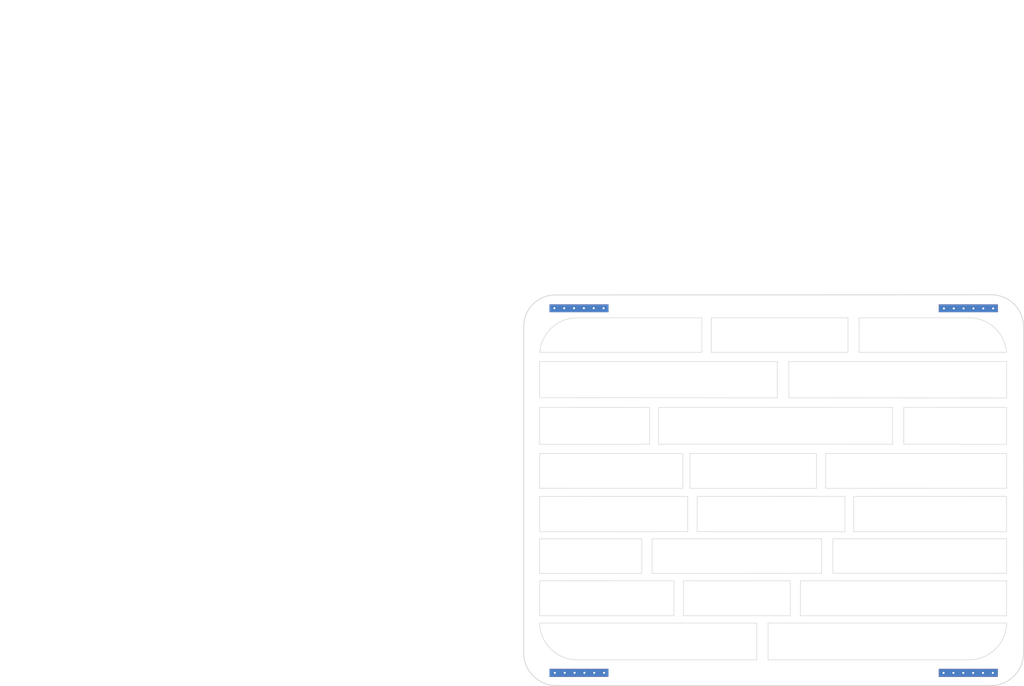
<source format=kicad_pcb>
(kicad_pcb (version 20171130) (host pcbnew 5.1.2)

  (general
    (thickness 1.6)
    (drawings 352)
    (tracks 24)
    (zones 0)
    (modules 5)
    (nets 1)
  )

  (page A4)
  (layers
    (0 F.Cu signal)
    (31 B.Cu signal)
    (32 B.Adhes user)
    (33 F.Adhes user)
    (34 B.Paste user)
    (35 F.Paste user)
    (36 B.SilkS user)
    (37 F.SilkS user)
    (38 B.Mask user)
    (39 F.Mask user)
    (40 Dwgs.User user)
    (41 Cmts.User user)
    (42 Eco1.User user)
    (43 Eco2.User user)
    (44 Edge.Cuts user)
    (45 Margin user)
    (46 B.CrtYd user)
    (47 F.CrtYd user)
    (48 B.Fab user)
    (49 F.Fab user)
  )

  (setup
    (last_trace_width 0.25)
    (trace_clearance 0.2)
    (zone_clearance 0.508)
    (zone_45_only no)
    (trace_min 0.2)
    (via_size 0.6)
    (via_drill 0.4)
    (via_min_size 0.4)
    (via_min_drill 0.3)
    (uvia_size 0.3)
    (uvia_drill 0.1)
    (uvias_allowed no)
    (uvia_min_size 0.2)
    (uvia_min_drill 0.1)
    (edge_width 0.15)
    (segment_width 0.2)
    (pcb_text_width 0.3)
    (pcb_text_size 1.5 1.5)
    (mod_edge_width 0.15)
    (mod_text_size 1 1)
    (mod_text_width 0.15)
    (pad_size 1.524 1.524)
    (pad_drill 0.762)
    (pad_to_mask_clearance 0.2)
    (aux_axis_origin 0 0)
    (visible_elements FFFFFF7F)
    (pcbplotparams
      (layerselection 0x010f0_ffffffff)
      (usegerberextensions false)
      (usegerberattributes false)
      (usegerberadvancedattributes false)
      (creategerberjobfile false)
      (excludeedgelayer true)
      (linewidth 0.100000)
      (plotframeref false)
      (viasonmask false)
      (mode 1)
      (useauxorigin false)
      (hpglpennumber 1)
      (hpglpenspeed 20)
      (hpglpendiameter 15.000000)
      (psnegative false)
      (psa4output false)
      (plotreference true)
      (plotvalue true)
      (plotinvisibletext false)
      (padsonsilk false)
      (subtractmaskfromsilk false)
      (outputformat 1)
      (mirror false)
      (drillshape 0)
      (scaleselection 1)
      (outputdirectory "gerbers/"))
  )

  (net 0 "")

  (net_class Default "This is the default net class."
    (clearance 0.2)
    (trace_width 0.25)
    (via_dia 0.6)
    (via_drill 0.4)
    (uvia_dia 0.3)
    (uvia_drill 0.1)
  )

  (module LOGO (layer F.Cu) (tedit 0) (tstamp 0)
    (at 147.96 84.61)
    (fp_text reference G*** (at 0 0) (layer F.SilkS) hide
      (effects (font (size 1.524 1.524) (thickness 0.3)))
    )
    (fp_text value LOGO (at 0.75 0) (layer F.SilkS) hide
      (effects (font (size 1.524 1.524) (thickness 0.3)))
    )
    (fp_poly (pts (xy -31.547962 45.899916) (xy -31.5595 46.6725) (xy -37.327417 46.683234) (xy -43.095334 46.693969)
      (xy -43.095334 45.127333) (xy -31.536424 45.127333) (xy -31.547962 45.899916)) (layer B.Cu) (width 0.01))
    (fp_poly (pts (xy 44.736704 45.899916) (xy 44.725166 46.6725) (xy 38.95725 46.683234) (xy 33.189333 46.693969)
      (xy 33.189333 45.127333) (xy 44.748243 45.127333) (xy 44.736704 45.899916)) (layer B.Cu) (width 0.01))
    (fp_poly (pts (xy -31.538334 -24.807334) (xy -43.095334 -24.807334) (xy -43.095334 -26.331334) (xy -31.538334 -26.331334)
      (xy -31.538334 -24.807334)) (layer B.Cu) (width 0.01))
    (fp_poly (pts (xy 44.746333 -24.807334) (xy 33.189333 -24.807334) (xy 33.189333 -26.331334) (xy 44.746333 -26.331334)
      (xy 44.746333 -24.807334)) (layer B.Cu) (width 0.01))
  )

  (module LOGO (layer F.Cu) (tedit 0) (tstamp 0)
    (at 147.96 84.61)
    (fp_text reference G*** (at 0 0) (layer F.SilkS) hide
      (effects (font (size 1.524 1.524) (thickness 0.3)))
    )
    (fp_text value LOGO (at 0.75 0) (layer F.SilkS) hide
      (effects (font (size 1.524 1.524) (thickness 0.3)))
    )
    (fp_poly (pts (xy -31.547962 45.899916) (xy -31.5595 46.6725) (xy -37.327417 46.683234) (xy -43.095334 46.693969)
      (xy -43.095334 45.127333) (xy -31.536424 45.127333) (xy -31.547962 45.899916)) (layer B.Mask) (width 0.01))
    (fp_poly (pts (xy 44.736704 45.899916) (xy 44.725166 46.6725) (xy 38.95725 46.683234) (xy 33.189333 46.693969)
      (xy 33.189333 45.127333) (xy 44.748243 45.127333) (xy 44.736704 45.899916)) (layer B.Mask) (width 0.01))
    (fp_poly (pts (xy -31.538334 -24.807334) (xy -43.095334 -24.807334) (xy -43.095334 -26.331334) (xy -31.538334 -26.331334)
      (xy -31.538334 -24.807334)) (layer B.Mask) (width 0.01))
    (fp_poly (pts (xy 44.746333 -24.807334) (xy 33.189333 -24.807334) (xy 33.189333 -26.331334) (xy 44.746333 -26.331334)
      (xy 44.746333 -24.807334)) (layer B.Mask) (width 0.01))
  )

  (module LOGO (layer F.Cu) (tedit 0) (tstamp 0)
    (at 0 0)
    (fp_text reference G*** (at 0 0) (layer F.SilkS) hide
      (effects (font (size 1.524 1.524) (thickness 0.3)))
    )
    (fp_text value LOGO (at 0.75 0) (layer F.SilkS) hide
      (effects (font (size 1.524 1.524) (thickness 0.3)))
    )
  )

  (module LOGO (layer F.Cu) (tedit 0) (tstamp 0)
    (at 147.96 84.61)
    (fp_text reference G*** (at 0 0) (layer F.SilkS) hide
      (effects (font (size 1.524 1.524) (thickness 0.3)))
    )
    (fp_text value LOGO (at 0.75 0) (layer F.SilkS) hide
      (effects (font (size 1.524 1.524) (thickness 0.3)))
    )
    (fp_poly (pts (xy -31.547962 45.899916) (xy -31.5595 46.6725) (xy -37.327417 46.683234) (xy -43.095334 46.693969)
      (xy -43.095334 45.127333) (xy -31.536424 45.127333) (xy -31.547962 45.899916)) (layer F.Cu) (width 0.01))
    (fp_poly (pts (xy 44.736704 45.899916) (xy 44.725166 46.6725) (xy 38.95725 46.683234) (xy 33.189333 46.693969)
      (xy 33.189333 45.127333) (xy 44.748243 45.127333) (xy 44.736704 45.899916)) (layer F.Cu) (width 0.01))
    (fp_poly (pts (xy -31.538334 -24.807334) (xy -43.095334 -24.807334) (xy -43.095334 -26.331334) (xy -31.538334 -26.331334)
      (xy -31.538334 -24.807334)) (layer F.Cu) (width 0.01))
    (fp_poly (pts (xy 44.746333 -24.807334) (xy 33.189333 -24.807334) (xy 33.189333 -26.331334) (xy 44.746333 -26.331334)
      (xy 44.746333 -24.807334)) (layer F.Cu) (width 0.01))
  )

  (module LOGO (layer F.Cu) (tedit 0) (tstamp 0)
    (at 147.96 84.61)
    (fp_text reference G*** (at 0 0) (layer F.SilkS) hide
      (effects (font (size 1.524 1.524) (thickness 0.3)))
    )
    (fp_text value LOGO (at 0.75 0) (layer F.SilkS) hide
      (effects (font (size 1.524 1.524) (thickness 0.3)))
    )
    (fp_poly (pts (xy -31.547962 45.899916) (xy -31.5595 46.6725) (xy -37.327417 46.683234) (xy -43.095334 46.693969)
      (xy -43.095334 45.127333) (xy -31.536424 45.127333) (xy -31.547962 45.899916)) (layer F.Mask) (width 0.01))
    (fp_poly (pts (xy 44.736704 45.899916) (xy 44.725166 46.6725) (xy 38.95725 46.683234) (xy 33.189333 46.693969)
      (xy 33.189333 45.127333) (xy 44.748243 45.127333) (xy 44.736704 45.899916)) (layer F.Mask) (width 0.01))
    (fp_poly (pts (xy -31.538334 -24.807334) (xy -43.095334 -24.807334) (xy -43.095334 -26.331334) (xy -31.538334 -26.331334)
      (xy -31.538334 -24.807334)) (layer F.Mask) (width 0.01))
    (fp_poly (pts (xy 44.746333 -24.807334) (xy 33.189333 -24.807334) (xy 33.189333 -26.331334) (xy 44.746333 -26.331334)
      (xy 44.746333 -24.807334)) (layer F.Mask) (width 0.01))
  )

  (gr_arc (start 106.19 126.630052) (end 99.820001 126.650051) (angle -89.52877607) (layer Edge.Cuts) (width 0.15))
  (gr_arc (start 191.369788 126.63) (end 191.429787 132.999999) (angle -89.19197594) (layer Edge.Cuts) (width 0.15))
  (gr_arc (start 191.42 62.729989) (end 197.769999 62.68999) (angle -90.01417624) (layer Edge.Cuts) (width 0.15))
  (gr_arc (start 105.976947 62.58) (end 105.926948 56.420001) (angle -87.67232612) (layer Edge.Cuts) (width 0.15))
  (gr_line (start 99.820001 126.650051) (end 99.82 62.379773) (layer Edge.Cuts) (width 0.15))
  (gr_line (start 191.429787 132.999999) (end 106.157609 133) (layer Edge.Cuts) (width 0.15))
  (gr_line (start 197.769999 62.68999) (end 197.74 126.659838) (layer Edge.Cuts) (width 0.15))
  (gr_line (start 105.926948 56.420001) (end 191.37843 56.38) (layer Edge.Cuts) (width 0.15))
  (gr_line (start 110.307778 60.890777) (end 110.126279 60.892947) (layer Edge.Cuts) (width 0.1))
  (gr_line (start 110.126279 60.892947) (end 109.945887 60.899424) (layer Edge.Cuts) (width 0.1))
  (gr_line (start 109.945887 60.899424) (end 109.766652 60.910158) (layer Edge.Cuts) (width 0.1))
  (gr_line (start 109.766652 60.910158) (end 109.588621 60.925102) (layer Edge.Cuts) (width 0.1))
  (gr_line (start 109.588621 60.925102) (end 109.411845 60.944205) (layer Edge.Cuts) (width 0.1))
  (gr_line (start 109.411845 60.944205) (end 109.236372 60.967419) (layer Edge.Cuts) (width 0.1))
  (gr_line (start 109.236372 60.967419) (end 109.06225 60.994694) (layer Edge.Cuts) (width 0.1))
  (gr_line (start 109.06225 60.994694) (end 108.889529 61.025982) (layer Edge.Cuts) (width 0.1))
  (gr_line (start 108.889529 61.025982) (end 108.718258 61.061234) (layer Edge.Cuts) (width 0.1))
  (gr_line (start 108.718258 61.061234) (end 108.548486 61.1004) (layer Edge.Cuts) (width 0.1))
  (gr_line (start 108.548486 61.1004) (end 108.380262 61.143431) (layer Edge.Cuts) (width 0.1))
  (gr_line (start 108.380262 61.143431) (end 108.213634 61.190278) (layer Edge.Cuts) (width 0.1))
  (gr_line (start 108.213634 61.190278) (end 108.048652 61.240893) (layer Edge.Cuts) (width 0.1))
  (gr_line (start 108.048652 61.240893) (end 107.885364 61.295226) (layer Edge.Cuts) (width 0.1))
  (gr_line (start 107.885364 61.295226) (end 107.723819 61.353228) (layer Edge.Cuts) (width 0.1))
  (gr_line (start 107.723819 61.353228) (end 107.564067 61.41485) (layer Edge.Cuts) (width 0.1))
  (gr_line (start 107.564067 61.41485) (end 107.406156 61.480043) (layer Edge.Cuts) (width 0.1))
  (gr_line (start 107.406156 61.480043) (end 107.250136 61.548758) (layer Edge.Cuts) (width 0.1))
  (gr_line (start 107.250136 61.548758) (end 106.943961 61.696557) (layer Edge.Cuts) (width 0.1))
  (gr_line (start 106.943961 61.696557) (end 106.645935 61.857855) (layer Edge.Cuts) (width 0.1))
  (gr_line (start 106.645935 61.857855) (end 106.356448 62.032259) (layer Edge.Cuts) (width 0.1))
  (gr_line (start 106.356448 62.032259) (end 106.075893 62.219376) (layer Edge.Cuts) (width 0.1))
  (gr_line (start 106.075893 62.219376) (end 105.804661 62.418815) (layer Edge.Cuts) (width 0.1))
  (gr_line (start 105.804661 62.418815) (end 105.543143 62.630183) (layer Edge.Cuts) (width 0.1))
  (gr_line (start 105.543143 62.630183) (end 105.29173 62.853086) (layer Edge.Cuts) (width 0.1))
  (gr_line (start 105.29173 62.853086) (end 105.050815 63.087133) (layer Edge.Cuts) (width 0.1))
  (gr_line (start 105.050815 63.087133) (end 104.820789 63.331931) (layer Edge.Cuts) (width 0.1))
  (gr_line (start 104.820789 63.331931) (end 104.602044 63.587088) (layer Edge.Cuts) (width 0.1))
  (gr_line (start 104.602044 63.587088) (end 104.39497 63.85221) (layer Edge.Cuts) (width 0.1))
  (gr_line (start 104.39497 63.85221) (end 104.19996 64.126906) (layer Edge.Cuts) (width 0.1))
  (gr_line (start 104.19996 64.126906) (end 104.017404 64.410783) (layer Edge.Cuts) (width 0.1))
  (gr_line (start 104.017404 64.410783) (end 103.847695 64.703448) (layer Edge.Cuts) (width 0.1))
  (gr_line (start 103.847695 64.703448) (end 103.691224 65.004509) (layer Edge.Cuts) (width 0.1))
  (gr_line (start 103.691224 65.004509) (end 103.548383 65.313573) (layer Edge.Cuts) (width 0.1))
  (gr_line (start 103.548383 65.313573) (end 103.482196 65.470984) (layer Edge.Cuts) (width 0.1))
  (gr_line (start 103.482196 65.470984) (end 103.419563 65.630248) (layer Edge.Cuts) (width 0.1))
  (gr_line (start 103.419563 65.630248) (end 103.360533 65.791317) (layer Edge.Cuts) (width 0.1))
  (gr_line (start 103.360533 65.791317) (end 103.305155 65.954141) (layer Edge.Cuts) (width 0.1))
  (gr_line (start 103.305155 65.954141) (end 103.253478 66.118672) (layer Edge.Cuts) (width 0.1))
  (gr_line (start 103.253478 66.118672) (end 103.205551 66.28486) (layer Edge.Cuts) (width 0.1))
  (gr_line (start 103.205551 66.28486) (end 103.161423 66.452657) (layer Edge.Cuts) (width 0.1))
  (gr_line (start 103.161423 66.452657) (end 103.121143 66.622012) (layer Edge.Cuts) (width 0.1))
  (gr_line (start 103.121143 66.622012) (end 103.08476 66.792878) (layer Edge.Cuts) (width 0.1))
  (gr_line (start 103.08476 66.792878) (end 103.052322 66.965205) (layer Edge.Cuts) (width 0.1))
  (gr_line (start 103.052322 66.965205) (end 103.023879 67.138944) (layer Edge.Cuts) (width 0.1))
  (gr_line (start 103.023879 67.138944) (end 102.999479 67.314046) (layer Edge.Cuts) (width 0.1))
  (gr_line (start 102.999479 67.314046) (end 102.979172 67.490462) (layer Edge.Cuts) (width 0.1))
  (gr_line (start 102.979172 67.490462) (end 102.963007 67.668142) (layer Edge.Cuts) (width 0.1))
  (gr_line (start 102.963007 67.668142) (end 134.720759 67.668142) (layer Edge.Cuts) (width 0.1))
  (gr_line (start 134.720759 67.668142) (end 134.720759 60.890777) (layer Edge.Cuts) (width 0.1))
  (gr_line (start 134.720759 60.890777) (end 110.307778 60.890777) (layer Edge.Cuts) (width 0.1))
  (gr_line (start 110.307778 60.890777) (end 110.307778 60.890777) (layer Edge.Cuts) (width 0.1))
  (gr_line (start 136.558372 60.890777) (end 136.558372 67.668142) (layer Edge.Cuts) (width 0.1))
  (gr_line (start 136.558372 67.668142) (end 163.352085 67.668142) (layer Edge.Cuts) (width 0.1))
  (gr_line (start 163.352085 67.668142) (end 163.352085 60.890777) (layer Edge.Cuts) (width 0.1))
  (gr_line (start 163.352085 60.890777) (end 136.558372 60.890777) (layer Edge.Cuts) (width 0.1))
  (gr_line (start 136.558372 60.890777) (end 136.558372 60.890777) (layer Edge.Cuts) (width 0.1))
  (gr_line (start 165.523529 60.890777) (end 165.523529 67.668142) (layer Edge.Cuts) (width 0.1))
  (gr_line (start 165.523529 67.668142) (end 194.403418 67.668142) (layer Edge.Cuts) (width 0.1))
  (gr_line (start 194.403418 67.668142) (end 194.387252 67.490462) (layer Edge.Cuts) (width 0.1))
  (gr_line (start 194.387252 67.490462) (end 194.366945 67.314047) (layer Edge.Cuts) (width 0.1))
  (gr_line (start 194.366945 67.314047) (end 194.342545 67.138945) (layer Edge.Cuts) (width 0.1))
  (gr_line (start 194.342545 67.138945) (end 194.314102 66.965207) (layer Edge.Cuts) (width 0.1))
  (gr_line (start 194.314102 66.965207) (end 194.281664 66.79288) (layer Edge.Cuts) (width 0.1))
  (gr_line (start 194.281664 66.79288) (end 194.24528 66.622015) (layer Edge.Cuts) (width 0.1))
  (gr_line (start 194.24528 66.622015) (end 194.204999 66.452659) (layer Edge.Cuts) (width 0.1))
  (gr_line (start 194.204999 66.452659) (end 194.160871 66.284863) (layer Edge.Cuts) (width 0.1))
  (gr_line (start 194.160871 66.284863) (end 194.112944 66.118675) (layer Edge.Cuts) (width 0.1))
  (gr_line (start 194.112944 66.118675) (end 194.061266 65.954145) (layer Edge.Cuts) (width 0.1))
  (gr_line (start 194.061266 65.954145) (end 194.005888 65.791321) (layer Edge.Cuts) (width 0.1))
  (gr_line (start 194.005888 65.791321) (end 193.946858 65.630252) (layer Edge.Cuts) (width 0.1))
  (gr_line (start 193.946858 65.630252) (end 193.884225 65.470988) (layer Edge.Cuts) (width 0.1))
  (gr_line (start 193.884225 65.470988) (end 193.818037 65.313577) (layer Edge.Cuts) (width 0.1))
  (gr_line (start 193.818037 65.313577) (end 193.675195 65.004513) (layer Edge.Cuts) (width 0.1))
  (gr_line (start 193.675195 65.004513) (end 193.518724 64.703452) (layer Edge.Cuts) (width 0.1))
  (gr_line (start 193.518724 64.703452) (end 193.349015 64.410787) (layer Edge.Cuts) (width 0.1))
  (gr_line (start 193.349015 64.410787) (end 193.166459 64.126911) (layer Edge.Cuts) (width 0.1))
  (gr_line (start 193.166459 64.126911) (end 192.971449 63.852215) (layer Edge.Cuts) (width 0.1))
  (gr_line (start 192.971449 63.852215) (end 192.764375 63.587092) (layer Edge.Cuts) (width 0.1))
  (gr_line (start 192.764375 63.587092) (end 192.545629 63.331935) (layer Edge.Cuts) (width 0.1))
  (gr_line (start 192.545629 63.331935) (end 192.315603 63.087137) (layer Edge.Cuts) (width 0.1))
  (gr_line (start 192.315603 63.087137) (end 192.074688 62.85309) (layer Edge.Cuts) (width 0.1))
  (gr_line (start 192.074688 62.85309) (end 191.823276 62.630186) (layer Edge.Cuts) (width 0.1))
  (gr_line (start 191.823276 62.630186) (end 191.561758 62.418819) (layer Edge.Cuts) (width 0.1))
  (gr_line (start 191.561758 62.418819) (end 191.290526 62.219379) (layer Edge.Cuts) (width 0.1))
  (gr_line (start 191.290526 62.219379) (end 191.009971 62.032262) (layer Edge.Cuts) (width 0.1))
  (gr_line (start 191.009971 62.032262) (end 190.720485 61.857857) (layer Edge.Cuts) (width 0.1))
  (gr_line (start 190.720485 61.857857) (end 190.422459 61.696559) (layer Edge.Cuts) (width 0.1))
  (gr_line (start 190.422459 61.696559) (end 190.116285 61.54876) (layer Edge.Cuts) (width 0.1))
  (gr_line (start 190.116285 61.54876) (end 189.960265 61.480045) (layer Edge.Cuts) (width 0.1))
  (gr_line (start 189.960265 61.480045) (end 189.802354 61.414852) (layer Edge.Cuts) (width 0.1))
  (gr_line (start 189.802354 61.414852) (end 189.642602 61.353229) (layer Edge.Cuts) (width 0.1))
  (gr_line (start 189.642602 61.353229) (end 189.481058 61.295227) (layer Edge.Cuts) (width 0.1))
  (gr_line (start 189.481058 61.295227) (end 189.31777 61.240894) (layer Edge.Cuts) (width 0.1))
  (gr_line (start 189.31777 61.240894) (end 189.152788 61.190279) (layer Edge.Cuts) (width 0.1))
  (gr_line (start 189.152788 61.190279) (end 188.986161 61.143432) (layer Edge.Cuts) (width 0.1))
  (gr_line (start 188.986161 61.143432) (end 188.817937 61.1004) (layer Edge.Cuts) (width 0.1))
  (gr_line (start 188.817937 61.1004) (end 188.648165 61.061234) (layer Edge.Cuts) (width 0.1))
  (gr_line (start 188.648165 61.061234) (end 188.476894 61.025983) (layer Edge.Cuts) (width 0.1))
  (gr_line (start 188.476894 61.025983) (end 188.304174 60.994695) (layer Edge.Cuts) (width 0.1))
  (gr_line (start 188.304174 60.994695) (end 188.130053 60.967419) (layer Edge.Cuts) (width 0.1))
  (gr_line (start 188.130053 60.967419) (end 187.95458 60.944205) (layer Edge.Cuts) (width 0.1))
  (gr_line (start 187.95458 60.944205) (end 187.777804 60.925102) (layer Edge.Cuts) (width 0.1))
  (gr_line (start 187.777804 60.925102) (end 187.599773 60.910158) (layer Edge.Cuts) (width 0.1))
  (gr_line (start 187.599773 60.910158) (end 187.420538 60.899424) (layer Edge.Cuts) (width 0.1))
  (gr_line (start 187.420538 60.899424) (end 187.240147 60.892947) (layer Edge.Cuts) (width 0.1))
  (gr_line (start 187.240147 60.892947) (end 187.058649 60.890777) (layer Edge.Cuts) (width 0.1))
  (gr_line (start 187.058649 60.890777) (end 165.523529 60.890777) (layer Edge.Cuts) (width 0.1))
  (gr_line (start 165.523529 60.890777) (end 165.523529 60.890777) (layer Edge.Cuts) (width 0.1))
  (gr_line (start 102.937169 69.468547) (end 102.94492 76.564757) (layer Edge.Cuts) (width 0.1))
  (gr_line (start 102.94492 76.564757) (end 149.487297 76.588527) (layer Edge.Cuts) (width 0.1))
  (gr_line (start 149.487297 76.588527) (end 149.487297 69.468547) (layer Edge.Cuts) (width 0.1))
  (gr_line (start 149.487297 69.468547) (end 102.937169 69.468547) (layer Edge.Cuts) (width 0.1))
  (gr_line (start 102.937169 69.468547) (end 102.937169 69.468547) (layer Edge.Cuts) (width 0.1))
  (gr_line (start 151.759512 69.468547) (end 151.759512 76.590078) (layer Edge.Cuts) (width 0.1))
  (gr_line (start 151.759512 76.590078) (end 194.429258 76.611781) (layer Edge.Cuts) (width 0.1))
  (gr_line (start 194.429258 76.611781) (end 194.429258 69.468547) (layer Edge.Cuts) (width 0.1))
  (gr_line (start 194.429258 69.468547) (end 151.759512 69.468547) (layer Edge.Cuts) (width 0.1))
  (gr_line (start 151.759512 69.468547) (end 151.759512 69.468547) (layer Edge.Cuts) (width 0.1))
  (gr_line (start 194.429258 78.462314) (end 174.276998 78.465931) (layer Edge.Cuts) (width 0.1))
  (gr_line (start 174.276998 78.465931) (end 174.276998 85.68823) (layer Edge.Cuts) (width 0.1))
  (gr_line (start 174.276998 85.68823) (end 174.535898 85.687196) (layer Edge.Cuts) (width 0.1))
  (gr_line (start 174.535898 85.687196) (end 194.429258 85.695983) (layer Edge.Cuts) (width 0.1))
  (gr_line (start 194.429258 85.695983) (end 194.429258 78.462314) (layer Edge.Cuts) (width 0.1))
  (gr_line (start 194.429258 78.462314) (end 194.429258 78.462314) (layer Edge.Cuts) (width 0.1))
  (gr_line (start 172.071966 78.46645) (end 126.508341 78.475234) (layer Edge.Cuts) (width 0.1))
  (gr_line (start 126.508341 78.475234) (end 126.234971 78.472133) (layer Edge.Cuts) (width 0.1))
  (gr_line (start 126.234971 78.472133) (end 126.234971 85.68823) (layer Edge.Cuts) (width 0.1))
  (gr_line (start 126.234971 85.68823) (end 126.443227 85.691847) (layer Edge.Cuts) (width 0.1))
  (gr_line (start 126.443227 85.691847) (end 171.654419 85.687196) (layer Edge.Cuts) (width 0.1))
  (gr_line (start 171.654419 85.687196) (end 172.071966 85.68823) (layer Edge.Cuts) (width 0.1))
  (gr_line (start 172.071966 85.68823) (end 172.071966 78.46645) (layer Edge.Cuts) (width 0.1))
  (gr_line (start 172.071966 78.46645) (end 172.071966 78.46645) (layer Edge.Cuts) (width 0.1))
  (gr_line (start 102.941819 78.467481) (end 102.940786 85.695983) (layer Edge.Cuts) (width 0.1))
  (gr_line (start 102.940786 85.695983) (end 124.18445 85.691847) (layer Edge.Cuts) (width 0.1))
  (gr_line (start 124.18445 85.691847) (end 124.464538 85.68823) (layer Edge.Cuts) (width 0.1))
  (gr_line (start 124.464538 85.68823) (end 124.464538 78.472133) (layer Edge.Cuts) (width 0.1))
  (gr_line (start 124.464538 78.472133) (end 124.205122 78.472133) (layer Edge.Cuts) (width 0.1))
  (gr_line (start 124.205122 78.472133) (end 102.941819 78.467481) (layer Edge.Cuts) (width 0.1))
  (gr_line (start 102.941819 78.467481) (end 102.941819 78.467481) (layer Edge.Cuts) (width 0.1))
  (gr_line (start 102.940786 87.495872) (end 102.934585 94.321293) (layer Edge.Cuts) (width 0.1))
  (gr_line (start 102.934585 94.321293) (end 130.594912 94.325945) (layer Edge.Cuts) (width 0.1))
  (gr_line (start 130.594912 94.325945) (end 130.993854 94.323878) (layer Edge.Cuts) (width 0.1))
  (gr_line (start 130.993854 94.323878) (end 130.993854 87.495872) (layer Edge.Cuts) (width 0.1))
  (gr_line (start 130.993854 87.495872) (end 102.940786 87.495872) (layer Edge.Cuts) (width 0.1))
  (gr_line (start 102.940786 87.495872) (end 102.940786 87.495872) (layer Edge.Cuts) (width 0.1))
  (gr_line (start 132.387568 87.495872) (end 132.387568 94.323878) (layer Edge.Cuts) (width 0.1))
  (gr_line (start 132.387568 94.323878) (end 133.031455 94.332147) (layer Edge.Cuts) (width 0.1))
  (gr_line (start 133.031455 94.332147) (end 156.699778 94.332663) (layer Edge.Cuts) (width 0.1))
  (gr_line (start 156.699778 94.332663) (end 157.179851 94.324394) (layer Edge.Cuts) (width 0.1))
  (gr_line (start 157.179851 94.324394) (end 157.179851 87.495872) (layer Edge.Cuts) (width 0.1))
  (gr_line (start 157.179851 87.495872) (end 132.387568 87.495872) (layer Edge.Cuts) (width 0.1))
  (gr_line (start 132.387568 87.495872) (end 132.387568 87.495872) (layer Edge.Cuts) (width 0.1))
  (gr_line (start 158.975607 87.495872) (end 158.975607 94.324394) (layer Edge.Cuts) (width 0.1))
  (gr_line (start 158.975607 94.324394) (end 159.539397 94.324394) (layer Edge.Cuts) (width 0.1))
  (gr_line (start 159.539397 94.324394) (end 194.426157 94.316126) (layer Edge.Cuts) (width 0.1))
  (gr_line (start 194.426157 94.316126) (end 194.429258 87.495872) (layer Edge.Cuts) (width 0.1))
  (gr_line (start 194.429258 87.495872) (end 158.975607 87.495872) (layer Edge.Cuts) (width 0.1))
  (gr_line (start 158.975607 87.495872) (end 158.975607 87.495872) (layer Edge.Cuts) (width 0.1))
  (gr_line (start 162.359898 95.905177) (end 133.802985 95.913445) (layer Edge.Cuts) (width 0.1))
  (gr_line (start 133.802985 95.913445) (end 133.785414 102.827235) (layer Edge.Cuts) (width 0.1))
  (gr_line (start 133.785414 102.827235) (end 134.360057 102.831886) (layer Edge.Cuts) (width 0.1))
  (gr_line (start 134.360057 102.831886) (end 162.750571 102.837053) (layer Edge.Cuts) (width 0.1))
  (gr_line (start 162.750571 102.837053) (end 162.750571 95.911378) (layer Edge.Cuts) (width 0.1))
  (gr_line (start 162.750571 95.911378) (end 162.359898 95.905177) (layer Edge.Cuts) (width 0.1))
  (gr_line (start 162.359898 95.905177) (end 162.359898 95.905177) (layer Edge.Cuts) (width 0.1))
  (gr_line (start 194.417372 95.907762) (end 164.826931 95.913445) (layer Edge.Cuts) (width 0.1))
  (gr_line (start 164.826931 95.913445) (end 164.487934 95.911378) (layer Edge.Cuts) (width 0.1))
  (gr_line (start 164.487934 95.911378) (end 164.487934 102.837569) (layer Edge.Cuts) (width 0.1))
  (gr_line (start 164.487934 102.837569) (end 194.429258 102.842739) (layer Edge.Cuts) (width 0.1))
  (gr_line (start 194.429258 102.842739) (end 194.417372 95.907762) (layer Edge.Cuts) (width 0.1))
  (gr_line (start 194.417372 95.907762) (end 194.417372 95.907762) (layer Edge.Cuts) (width 0.1))
  (gr_line (start 131.947801 95.913963) (end 102.931484 95.916546) (layer Edge.Cuts) (width 0.1))
  (gr_line (start 102.931484 95.916546) (end 102.939236 102.842739) (layer Edge.Cuts) (width 0.1))
  (gr_line (start 102.939236 102.842739) (end 131.451707 102.829304) (layer Edge.Cuts) (width 0.1))
  (gr_line (start 131.451707 102.829304) (end 131.947801 102.827235) (layer Edge.Cuts) (width 0.1))
  (gr_line (start 131.947801 102.827235) (end 131.947801 95.913963) (layer Edge.Cuts) (width 0.1))
  (gr_line (start 131.947801 95.913963) (end 131.947801 95.913963) (layer Edge.Cuts) (width 0.1))
  (gr_line (start 102.938719 104.229733) (end 102.922699 111.008649) (layer Edge.Cuts) (width 0.1))
  (gr_line (start 102.922699 111.008649) (end 122.960752 111.002447) (layer Edge.Cuts) (width 0.1))
  (gr_line (start 122.960752 111.002447) (end 122.960752 104.229733) (layer Edge.Cuts) (width 0.1))
  (gr_line (start 122.960752 104.229733) (end 102.938719 104.229733) (layer Edge.Cuts) (width 0.1))
  (gr_line (start 102.938719 104.229733) (end 102.938719 104.229733) (layer Edge.Cuts) (width 0.1))
  (gr_line (start 124.96528 104.229733) (end 124.96528 111.001931) (layer Edge.Cuts) (width 0.1))
  (gr_line (start 124.96528 111.001931) (end 158.173589 110.991594) (layer Edge.Cuts) (width 0.1))
  (gr_line (start 158.173589 110.991594) (end 158.173589 104.229733) (layer Edge.Cuts) (width 0.1))
  (gr_line (start 158.173589 104.229733) (end 124.96528 104.229733) (layer Edge.Cuts) (width 0.1))
  (gr_line (start 124.96528 104.229733) (end 124.96528 104.229733) (layer Edge.Cuts) (width 0.1))
  (gr_line (start 160.378624 104.229733) (end 160.378624 110.991078) (layer Edge.Cuts) (width 0.1))
  (gr_line (start 160.378624 110.991078) (end 194.429258 110.980227) (layer Edge.Cuts) (width 0.1))
  (gr_line (start 194.429258 110.980227) (end 194.429258 104.229733) (layer Edge.Cuts) (width 0.1))
  (gr_line (start 194.429258 104.229733) (end 160.378624 104.229733) (layer Edge.Cuts) (width 0.1))
  (gr_line (start 160.378624 104.229733) (end 160.378624 104.229733) (layer Edge.Cuts) (width 0.1))
  (gr_line (start 102.935102 112.462307) (end 102.936652 119.312533) (layer Edge.Cuts) (width 0.1))
  (gr_line (start 102.936652 119.312533) (end 129.242024 119.312533) (layer Edge.Cuts) (width 0.1))
  (gr_line (start 129.242024 119.312533) (end 129.242024 112.468508) (layer Edge.Cuts) (width 0.1))
  (gr_line (start 129.242024 112.468508) (end 102.935102 112.462307) (layer Edge.Cuts) (width 0.1))
  (gr_line (start 102.935102 112.462307) (end 102.935102 112.462307) (layer Edge.Cuts) (width 0.1))
  (gr_line (start 131.11271 112.469024) (end 131.11271 119.312533) (layer Edge.Cuts) (width 0.1))
  (gr_line (start 131.11271 119.312533) (end 152.026678 119.312533) (layer Edge.Cuts) (width 0.1))
  (gr_line (start 152.026678 119.312533) (end 152.026678 112.474192) (layer Edge.Cuts) (width 0.1))
  (gr_line (start 152.026678 112.474192) (end 131.11271 112.469024) (layer Edge.Cuts) (width 0.1))
  (gr_line (start 131.11271 112.469024) (end 131.11271 112.469024) (layer Edge.Cuts) (width 0.1))
  (gr_line (start 154.031206 112.474192) (end 154.031206 119.312533) (layer Edge.Cuts) (width 0.1))
  (gr_line (start 154.031206 119.312533) (end 194.429258 119.312533) (layer Edge.Cuts) (width 0.1))
  (gr_line (start 194.429258 119.312533) (end 194.429258 112.48401) (layer Edge.Cuts) (width 0.1))
  (gr_line (start 194.429258 112.48401) (end 154.031206 112.474192) (layer Edge.Cuts) (width 0.1))
  (gr_line (start 154.031206 112.474192) (end 154.031206 112.474192) (layer Edge.Cuts) (width 0.1))
  (gr_line (start 102.940786 120.749654) (end 102.946998 120.937007) (layer Edge.Cuts) (width 0.1))
  (gr_line (start 102.946998 120.937007) (end 102.957799 121.123123) (layer Edge.Cuts) (width 0.1))
  (gr_line (start 102.957799 121.123123) (end 102.973134 121.307948) (layer Edge.Cuts) (width 0.1))
  (gr_line (start 102.973134 121.307948) (end 102.992949 121.491428) (layer Edge.Cuts) (width 0.1))
  (gr_line (start 102.992949 121.491428) (end 103.017188 121.673508) (layer Edge.Cuts) (width 0.1))
  (gr_line (start 103.017188 121.673508) (end 103.045798 121.854131) (layer Edge.Cuts) (width 0.1))
  (gr_line (start 103.045798 121.854131) (end 103.078723 122.033245) (layer Edge.Cuts) (width 0.1))
  (gr_line (start 103.078723 122.033245) (end 103.115908 122.210793) (layer Edge.Cuts) (width 0.1))
  (gr_line (start 103.115908 122.210793) (end 103.157299 122.386722) (layer Edge.Cuts) (width 0.1))
  (gr_line (start 103.157299 122.386722) (end 103.202841 122.560976) (layer Edge.Cuts) (width 0.1))
  (gr_line (start 103.202841 122.560976) (end 103.252479 122.733499) (layer Edge.Cuts) (width 0.1))
  (gr_line (start 103.252479 122.733499) (end 103.306159 122.904239) (layer Edge.Cuts) (width 0.1))
  (gr_line (start 103.306159 122.904239) (end 103.363825 123.073139) (layer Edge.Cuts) (width 0.1))
  (gr_line (start 103.363825 123.073139) (end 103.425423 123.240144) (layer Edge.Cuts) (width 0.1))
  (gr_line (start 103.425423 123.240144) (end 103.490897 123.4052) (layer Edge.Cuts) (width 0.1))
  (gr_line (start 103.490897 123.4052) (end 103.560194 123.568253) (layer Edge.Cuts) (width 0.1))
  (gr_line (start 103.560194 123.568253) (end 103.633259 123.729246) (layer Edge.Cuts) (width 0.1))
  (gr_line (start 103.633259 123.729246) (end 103.710036 123.888125) (layer Edge.Cuts) (width 0.1))
  (gr_line (start 103.710036 123.888125) (end 103.790471 124.044836) (layer Edge.Cuts) (width 0.1))
  (gr_line (start 103.790471 124.044836) (end 103.874509 124.199324) (layer Edge.Cuts) (width 0.1))
  (gr_line (start 103.874509 124.199324) (end 103.962096 124.351533) (layer Edge.Cuts) (width 0.1))
  (gr_line (start 103.962096 124.351533) (end 104.053176 124.501409) (layer Edge.Cuts) (width 0.1))
  (gr_line (start 104.053176 124.501409) (end 104.147695 124.648896) (layer Edge.Cuts) (width 0.1))
  (gr_line (start 104.147695 124.648896) (end 104.245598 124.793941) (layer Edge.Cuts) (width 0.1))
  (gr_line (start 104.245598 124.793941) (end 104.34683 124.936488) (layer Edge.Cuts) (width 0.1))
  (gr_line (start 104.34683 124.936488) (end 104.451337 125.076482) (layer Edge.Cuts) (width 0.1))
  (gr_line (start 104.451337 125.076482) (end 104.559064 125.213869) (layer Edge.Cuts) (width 0.1))
  (gr_line (start 104.559064 125.213869) (end 104.669955 125.348593) (layer Edge.Cuts) (width 0.1))
  (gr_line (start 104.669955 125.348593) (end 104.783956 125.4806) (layer Edge.Cuts) (width 0.1))
  (gr_line (start 104.783956 125.4806) (end 104.901013 125.609835) (layer Edge.Cuts) (width 0.1))
  (gr_line (start 104.901013 125.609835) (end 105.021071 125.736242) (layer Edge.Cuts) (width 0.1))
  (gr_line (start 105.021071 125.736242) (end 105.144074 125.859768) (layer Edge.Cuts) (width 0.1))
  (gr_line (start 105.144074 125.859768) (end 105.269968 125.980357) (layer Edge.Cuts) (width 0.1))
  (gr_line (start 105.269968 125.980357) (end 105.398699 126.097955) (layer Edge.Cuts) (width 0.1))
  (gr_line (start 105.398699 126.097955) (end 105.530211 126.212506) (layer Edge.Cuts) (width 0.1))
  (gr_line (start 105.530211 126.212506) (end 105.664449 126.323956) (layer Edge.Cuts) (width 0.1))
  (gr_line (start 105.664449 126.323956) (end 105.80136 126.432249) (layer Edge.Cuts) (width 0.1))
  (gr_line (start 105.80136 126.432249) (end 105.940888 126.537331) (layer Edge.Cuts) (width 0.1))
  (gr_line (start 105.940888 126.537331) (end 106.082978 126.639148) (layer Edge.Cuts) (width 0.1))
  (gr_line (start 106.082978 126.639148) (end 106.227576 126.737644) (layer Edge.Cuts) (width 0.1))
  (gr_line (start 106.227576 126.737644) (end 106.374626 126.832764) (layer Edge.Cuts) (width 0.1))
  (gr_line (start 106.374626 126.832764) (end 106.524075 126.924453) (layer Edge.Cuts) (width 0.1))
  (gr_line (start 106.524075 126.924453) (end 106.675867 127.012657) (layer Edge.Cuts) (width 0.1))
  (gr_line (start 106.675867 127.012657) (end 106.829947 127.097321) (layer Edge.Cuts) (width 0.1))
  (gr_line (start 106.829947 127.097321) (end 106.986261 127.17839) (layer Edge.Cuts) (width 0.1))
  (gr_line (start 106.986261 127.17839) (end 107.144754 127.255808) (layer Edge.Cuts) (width 0.1))
  (gr_line (start 107.144754 127.255808) (end 107.305371 127.329522) (layer Edge.Cuts) (width 0.1))
  (gr_line (start 107.305371 127.329522) (end 107.468058 127.399476) (layer Edge.Cuts) (width 0.1))
  (gr_line (start 107.468058 127.399476) (end 107.632759 127.465616) (layer Edge.Cuts) (width 0.1))
  (gr_line (start 107.632759 127.465616) (end 107.79942 127.527886) (layer Edge.Cuts) (width 0.1))
  (gr_line (start 107.79942 127.527886) (end 107.967986 127.586232) (layer Edge.Cuts) (width 0.1))
  (gr_line (start 107.967986 127.586232) (end 108.138402 127.640598) (layer Edge.Cuts) (width 0.1))
  (gr_line (start 108.138402 127.640598) (end 108.310613 127.690931) (layer Edge.Cuts) (width 0.1))
  (gr_line (start 108.310613 127.690931) (end 108.484566 127.737174) (layer Edge.Cuts) (width 0.1))
  (gr_line (start 108.484566 127.737174) (end 108.660204 127.779274) (layer Edge.Cuts) (width 0.1))
  (gr_line (start 108.660204 127.779274) (end 108.837474 127.817176) (layer Edge.Cuts) (width 0.1))
  (gr_line (start 108.837474 127.817176) (end 109.01632 127.850823) (layer Edge.Cuts) (width 0.1))
  (gr_line (start 109.01632 127.850823) (end 109.196687 127.880163) (layer Edge.Cuts) (width 0.1))
  (gr_line (start 109.196687 127.880163) (end 109.378521 127.905139) (layer Edge.Cuts) (width 0.1))
  (gr_line (start 109.378521 127.905139) (end 109.561768 127.925697) (layer Edge.Cuts) (width 0.1))
  (gr_line (start 109.561768 127.925697) (end 109.746371 127.941782) (layer Edge.Cuts) (width 0.1))
  (gr_line (start 109.746371 127.941782) (end 109.932277 127.953339) (layer Edge.Cuts) (width 0.1))
  (gr_line (start 109.932277 127.953339) (end 110.119431 127.960314) (layer Edge.Cuts) (width 0.1))
  (gr_line (start 110.119431 127.960314) (end 110.307778 127.962651) (layer Edge.Cuts) (width 0.1))
  (gr_line (start 110.307778 127.962651) (end 145.478241 127.962651) (layer Edge.Cuts) (width 0.1))
  (gr_line (start 145.478241 127.962651) (end 145.478241 120.749654) (layer Edge.Cuts) (width 0.1))
  (gr_line (start 145.478241 120.749654) (end 102.940786 120.749654) (layer Edge.Cuts) (width 0.1))
  (gr_line (start 102.940786 120.749654) (end 102.940786 120.749654) (layer Edge.Cuts) (width 0.1))
  (gr_line (start 147.683273 120.749654) (end 147.683273 127.962651) (layer Edge.Cuts) (width 0.1))
  (gr_line (start 147.683273 127.962651) (end 187.058649 127.962651) (layer Edge.Cuts) (width 0.1))
  (gr_line (start 187.058649 127.962651) (end 187.246995 127.960314) (layer Edge.Cuts) (width 0.1))
  (gr_line (start 187.246995 127.960314) (end 187.434148 127.953339) (layer Edge.Cuts) (width 0.1))
  (gr_line (start 187.434148 127.953339) (end 187.620052 127.941782) (layer Edge.Cuts) (width 0.1))
  (gr_line (start 187.620052 127.941782) (end 187.804654 127.925697) (layer Edge.Cuts) (width 0.1))
  (gr_line (start 187.804654 127.925697) (end 187.987897 127.905139) (layer Edge.Cuts) (width 0.1))
  (gr_line (start 187.987897 127.905139) (end 188.169728 127.880163) (layer Edge.Cuts) (width 0.1))
  (gr_line (start 188.169728 127.880163) (end 188.350092 127.850823) (layer Edge.Cuts) (width 0.1))
  (gr_line (start 188.350092 127.850823) (end 188.528934 127.817176) (layer Edge.Cuts) (width 0.1))
  (gr_line (start 188.528934 127.817176) (end 188.706199 127.779274) (layer Edge.Cuts) (width 0.1))
  (gr_line (start 188.706199 127.779274) (end 188.881833 127.737174) (layer Edge.Cuts) (width 0.1))
  (gr_line (start 188.881833 127.737174) (end 189.05578 127.690931) (layer Edge.Cuts) (width 0.1))
  (gr_line (start 189.05578 127.690931) (end 189.227986 127.640598) (layer Edge.Cuts) (width 0.1))
  (gr_line (start 189.227986 127.640598) (end 189.398396 127.586232) (layer Edge.Cuts) (width 0.1))
  (gr_line (start 189.398396 127.586232) (end 189.566956 127.527886) (layer Edge.Cuts) (width 0.1))
  (gr_line (start 189.566956 127.527886) (end 189.733611 127.465616) (layer Edge.Cuts) (width 0.1))
  (gr_line (start 189.733611 127.465616) (end 189.898306 127.399476) (layer Edge.Cuts) (width 0.1))
  (gr_line (start 189.898306 127.399476) (end 190.060985 127.329522) (layer Edge.Cuts) (width 0.1))
  (gr_line (start 190.060985 127.329522) (end 190.221596 127.255808) (layer Edge.Cuts) (width 0.1))
  (gr_line (start 190.221596 127.255808) (end 190.380082 127.17839) (layer Edge.Cuts) (width 0.1))
  (gr_line (start 190.380082 127.17839) (end 190.536389 127.097321) (layer Edge.Cuts) (width 0.1))
  (gr_line (start 190.536389 127.097321) (end 190.690462 127.012657) (layer Edge.Cuts) (width 0.1))
  (gr_line (start 190.690462 127.012657) (end 190.842247 126.924453) (layer Edge.Cuts) (width 0.1))
  (gr_line (start 190.842247 126.924453) (end 190.991689 126.832764) (layer Edge.Cuts) (width 0.1))
  (gr_line (start 190.991689 126.832764) (end 191.138732 126.737644) (layer Edge.Cuts) (width 0.1))
  (gr_line (start 191.138732 126.737644) (end 191.283323 126.639148) (layer Edge.Cuts) (width 0.1))
  (gr_line (start 191.283323 126.639148) (end 191.425407 126.537331) (layer Edge.Cuts) (width 0.1))
  (gr_line (start 191.425407 126.537331) (end 191.564928 126.432249) (layer Edge.Cuts) (width 0.1))
  (gr_line (start 191.564928 126.432249) (end 191.701832 126.323956) (layer Edge.Cuts) (width 0.1))
  (gr_line (start 191.701832 126.323956) (end 191.836065 126.212506) (layer Edge.Cuts) (width 0.1))
  (gr_line (start 191.836065 126.212506) (end 191.967571 126.097955) (layer Edge.Cuts) (width 0.1))
  (gr_line (start 191.967571 126.097955) (end 192.096296 125.980357) (layer Edge.Cuts) (width 0.1))
  (gr_line (start 192.096296 125.980357) (end 192.222185 125.859768) (layer Edge.Cuts) (width 0.1))
  (gr_line (start 192.222185 125.859768) (end 192.345183 125.736242) (layer Edge.Cuts) (width 0.1))
  (gr_line (start 192.345183 125.736242) (end 192.465236 125.609835) (layer Edge.Cuts) (width 0.1))
  (gr_line (start 192.465236 125.609835) (end 192.582288 125.4806) (layer Edge.Cuts) (width 0.1))
  (gr_line (start 192.582288 125.4806) (end 192.696286 125.348593) (layer Edge.Cuts) (width 0.1))
  (gr_line (start 192.696286 125.348593) (end 192.807174 125.213869) (layer Edge.Cuts) (width 0.1))
  (gr_line (start 192.807174 125.213869) (end 192.914897 125.076482) (layer Edge.Cuts) (width 0.1))
  (gr_line (start 192.914897 125.076482) (end 193.019402 124.936488) (layer Edge.Cuts) (width 0.1))
  (gr_line (start 193.019402 124.936488) (end 193.120632 124.793941) (layer Edge.Cuts) (width 0.1))
  (gr_line (start 193.120632 124.793941) (end 193.218534 124.648896) (layer Edge.Cuts) (width 0.1))
  (gr_line (start 193.218534 124.648896) (end 193.313052 124.501409) (layer Edge.Cuts) (width 0.1))
  (gr_line (start 193.313052 124.501409) (end 193.404132 124.351533) (layer Edge.Cuts) (width 0.1))
  (gr_line (start 193.404132 124.351533) (end 193.491719 124.199324) (layer Edge.Cuts) (width 0.1))
  (gr_line (start 193.491719 124.199324) (end 193.575759 124.044836) (layer Edge.Cuts) (width 0.1))
  (gr_line (start 193.575759 124.044836) (end 193.656196 123.888125) (layer Edge.Cuts) (width 0.1))
  (gr_line (start 193.656196 123.888125) (end 193.732976 123.729246) (layer Edge.Cuts) (width 0.1))
  (gr_line (start 193.732976 123.729246) (end 193.806044 123.568253) (layer Edge.Cuts) (width 0.1))
  (gr_line (start 193.806044 123.568253) (end 193.875345 123.4052) (layer Edge.Cuts) (width 0.1))
  (gr_line (start 193.875345 123.4052) (end 193.940825 123.240144) (layer Edge.Cuts) (width 0.1))
  (gr_line (start 193.940825 123.240144) (end 194.002429 123.073139) (layer Edge.Cuts) (width 0.1))
  (gr_line (start 194.002429 123.073139) (end 194.060102 122.904239) (layer Edge.Cuts) (width 0.1))
  (gr_line (start 194.060102 122.904239) (end 194.113789 122.733499) (layer Edge.Cuts) (width 0.1))
  (gr_line (start 194.113789 122.733499) (end 194.163436 122.560976) (layer Edge.Cuts) (width 0.1))
  (gr_line (start 194.163436 122.560976) (end 194.208988 122.386722) (layer Edge.Cuts) (width 0.1))
  (gr_line (start 194.208988 122.386722) (end 194.25039 122.210793) (layer Edge.Cuts) (width 0.1))
  (gr_line (start 194.25039 122.210793) (end 194.287588 122.033245) (layer Edge.Cuts) (width 0.1))
  (gr_line (start 194.287588 122.033245) (end 194.320525 121.854131) (layer Edge.Cuts) (width 0.1))
  (gr_line (start 194.320525 121.854131) (end 194.349149 121.673508) (layer Edge.Cuts) (width 0.1))
  (gr_line (start 194.349149 121.673508) (end 194.373404 121.491428) (layer Edge.Cuts) (width 0.1))
  (gr_line (start 194.373404 121.491428) (end 194.393236 121.307948) (layer Edge.Cuts) (width 0.1))
  (gr_line (start 194.393236 121.307948) (end 194.408589 121.123123) (layer Edge.Cuts) (width 0.1))
  (gr_line (start 194.408589 121.123123) (end 194.419409 120.937007) (layer Edge.Cuts) (width 0.1))
  (gr_line (start 194.419409 120.937007) (end 194.425641 120.749654) (layer Edge.Cuts) (width 0.1))
  (gr_line (start 194.425641 120.749654) (end 147.683273 120.749654) (layer Edge.Cuts) (width 0.1))
  (gr_line (start 147.683273 120.749654) (end 147.683273 120.749654) (layer Edge.Cuts) (width 0.1))

  (via (at 189.86 59.06) (size 0.6) (drill 0.4) (layers F.Cu B.Cu) (net 0) (tstamp 5D597B55))
  (via (at 184.07 59.06) (size 0.6) (drill 0.4) (layers F.Cu B.Cu) (net 0) (tstamp 5D597B56))
  (via (at 186 59.06) (size 0.6) (drill 0.4) (layers F.Cu B.Cu) (net 0) (tstamp 5D597B57))
  (via (at 182.14 59.06) (size 0.6) (drill 0.4) (layers F.Cu B.Cu) (net 0) (tstamp 5D597B58))
  (via (at 191.79 59.06) (size 0.6) (drill 0.4) (layers F.Cu B.Cu) (net 0) (tstamp 5D597B59))
  (via (at 187.93 59.06) (size 0.6) (drill 0.4) (layers F.Cu B.Cu) (net 0) (tstamp 5D597B5A))
  (via (at 184.01 130.52) (size 0.6) (drill 0.4) (layers F.Cu B.Cu) (net 0) (tstamp 5D597BA6))
  (via (at 187.87 130.52) (size 0.6) (drill 0.4) (layers F.Cu B.Cu) (net 0) (tstamp 5D597BA7))
  (via (at 191.73 130.52) (size 0.6) (drill 0.4) (layers F.Cu B.Cu) (net 0) (tstamp 5D597BA8))
  (via (at 182.08 130.52) (size 0.6) (drill 0.4) (layers F.Cu B.Cu) (net 0) (tstamp 5D597BA9))
  (via (at 185.94 130.52) (size 0.6) (drill 0.4) (layers F.Cu B.Cu) (net 0) (tstamp 5D597BAA))
  (via (at 189.8 130.52) (size 0.6) (drill 0.4) (layers F.Cu B.Cu) (net 0) (tstamp 5D597BAB))
  (via (at 107.84 130.51) (size 0.6) (drill 0.4) (layers F.Cu B.Cu) (net 0) (tstamp 5D597BB2))
  (via (at 113.63 130.51) (size 0.6) (drill 0.4) (layers F.Cu B.Cu) (net 0) (tstamp 5D597BB3))
  (via (at 109.77 130.51) (size 0.6) (drill 0.4) (layers F.Cu B.Cu) (net 0) (tstamp 5D597BB4))
  (via (at 111.7 130.51) (size 0.6) (drill 0.4) (layers F.Cu B.Cu) (net 0) (tstamp 5D597BB5))
  (via (at 115.56 130.51) (size 0.6) (drill 0.4) (layers F.Cu B.Cu) (net 0) (tstamp 5D597BB6))
  (via (at 105.91 130.51) (size 0.6) (drill 0.4) (layers F.Cu B.Cu) (net 0) (tstamp 5D597BB7))
  (via (at 115.46 59.01) (size 0.6) (drill 0.4) (layers F.Cu B.Cu) (net 0) (tstamp 5D597BBE))
  (via (at 113.53 59.01) (size 0.6) (drill 0.4) (layers F.Cu B.Cu) (net 0) (tstamp 5D597BBF))
  (via (at 107.74 59.01) (size 0.6) (drill 0.4) (layers F.Cu B.Cu) (net 0) (tstamp 5D597BC0))
  (via (at 109.67 59.01) (size 0.6) (drill 0.4) (layers F.Cu B.Cu) (net 0) (tstamp 5D597BC1))
  (via (at 105.81 59.01) (size 0.6) (drill 0.4) (layers F.Cu B.Cu) (net 0) (tstamp 5D597BC2))
  (via (at 111.6 59.01) (size 0.6) (drill 0.4) (layers F.Cu B.Cu) (net 0) (tstamp 5D597BC3))

)

</source>
